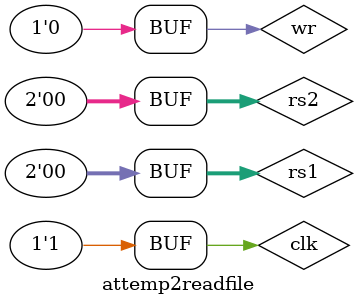
<source format=v>
`timescale 1ns / 1ps


module attemp2readfile;

	// Inputs
	reg clk;
	reg [1:0] rs1;
	reg [1:0] rs2;
	reg wr;

	// Outputs
	wire [31:0] read1;
	wire [31:0] read2;

	// Instantiate the Unit Under Test (UUT)
	readmemory uut (
		.read1(read1), 
		.read2(read2), 
		.clk(clk), 
		.rs1(rs1), 
		.rs2(rs2), 
		.wr(wr)
	);

	initial begin
		// Initialize Inputs
		clk = 0;
		#5 clk=!clk;
		end
		initial begin
		rs1 = 0;
		rs2 = 0;
		wr = 0;

		// Wait 100 ns for global reset to finish
		#100;
        
		// Add stimulus here

	end
      
endmodule


</source>
